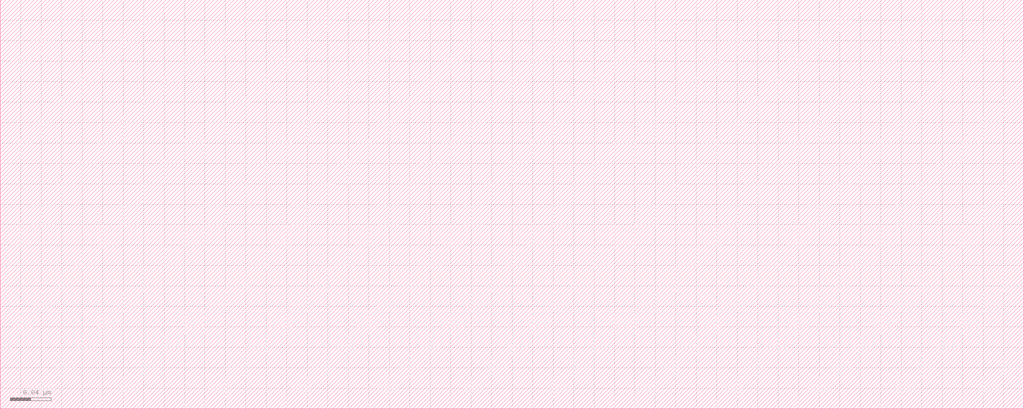
<source format=lef>
MACRO macro1
    CLASS CORE ;
    FOREIGN foreign1  0.13 0.5 W ;
    ORIGIN 0.035 0.235 ;
    SIZE 0.07 BY 0.47 ;
END macro1

MACRO macro2
    CLASS CORE ;
    FOREIGN foreign2 -0.15 0.25 ;
    ORIGIN 0.235 0.035 ;
    SIZE 0.47 BY 0.07 ;
END macro2

MACRO macro3
    CLASS CORE ;
    FOREIGN macro3 -1.0 1.0 ;
    ORIGIN 0.0 0.0 ;
    SIZE 1.0 BY 0.4 ;
END macro3


</source>
